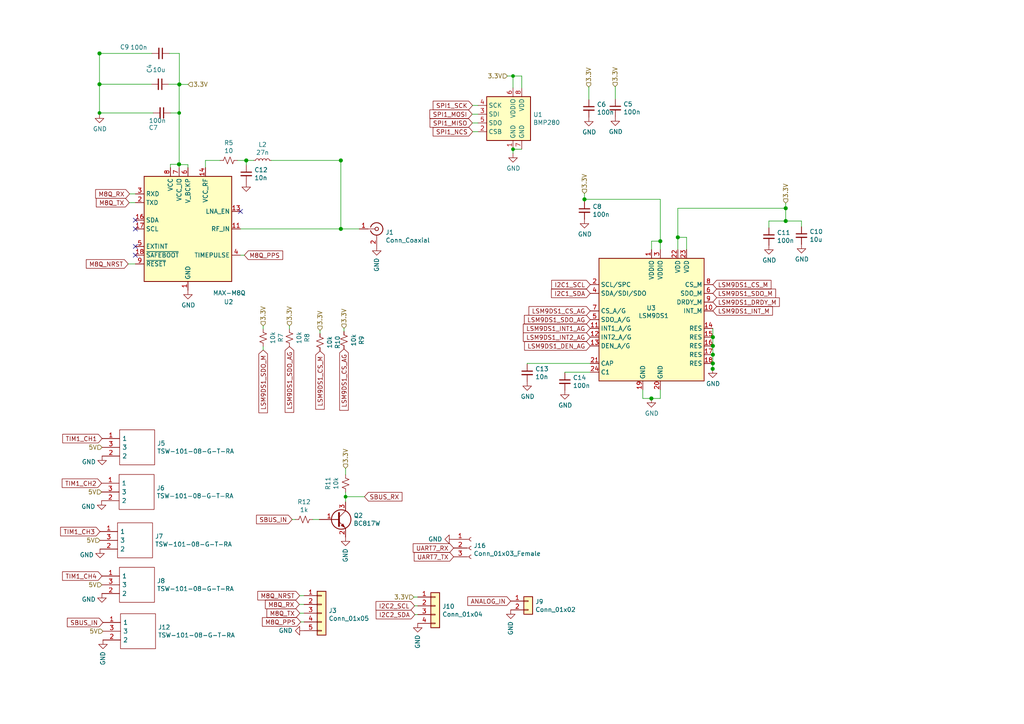
<source format=kicad_sch>
(kicad_sch (version 20210126) (generator eeschema)
  (paper "A4")
  (lib_symbols
    (symbol "Connector:Conn_01x03_Female" (pin_names (offset 1.016) hide)
      (property "Reference" "J" (at 0 5.08 0))
      (property "Value" "Conn_01x03_Female" (at 0 -5.08 0))
      (symbol "Conn_01x03_Female_1_1"
        (arc (start 0 -2.032) (end 0 -3.048) (radius (at 0 -2.54) (length 0.508) (angles 90.1 -90.1)) (stroke (width 0.1524)))
        (arc (start 0 0.508) (end 0 -0.508) (radius (at 0 0) (length 0.508) (angles 90.1 -90.1)) (stroke (width 0.1524)))
        (arc (start 0 3.048) (end 0 2.032) (radius (at 0 2.54) (length 0.508) (angles 90.1 -90.1)) (stroke (width 0.1524)))
        (polyline (pts (xy -1.27 -2.54) (xy -0.508 -2.54)) (stroke (width 0.1524)))
        (polyline (pts (xy -1.27 0) (xy -0.508 0)) (stroke (width 0.1524)))
        (polyline (pts (xy -1.27 2.54) (xy -0.508 2.54)) (stroke (width 0.1524)))
        (pin passive line (at -5.08 2.54 0) (length 3.81) (name "Pin_1") (number "1"))
        (pin passive line (at -5.08 0 0) (length 3.81) (name "Pin_2") (number "2"))
        (pin passive line (at -5.08 -2.54 0) (length 3.81) (name "Pin_3") (number "3"))
      )
    )
    (symbol "Connector:Conn_Coaxial" (pin_names (offset 1.016) hide)
      (property "Reference" "J" (at 0.254 3.048 0))
      (property "Value" "Conn_Coaxial" (at 2.921 0 90))
      (symbol "Conn_Coaxial_0_1"
        (arc (start -1.778 0.508) (end 1.778 0) (radius (at -0.0508 0) (length 1.8034) (angles 163.6 0)) (stroke (width 0.254)))
        (arc (start 1.778 0) (end -1.778 -0.508) (radius (at -0.0254 0) (length 1.8034) (angles 0 -163.8)) (stroke (width 0.254)))
        (circle (center 0 0) (radius 0.508) (stroke (width 0.2032)))
        (polyline (pts (xy -2.54 0) (xy -0.508 0)))
        (polyline (pts (xy 0 -2.54) (xy 0 -1.778)))
      )
      (symbol "Conn_Coaxial_1_1"
        (pin passive line (at -5.08 0 0) (length 2.54) (name "In") (number "1"))
        (pin passive line (at 0 -5.08 90) (length 2.54) (name "Ext") (number "2"))
      )
    )
    (symbol "Connector_Generic:Conn_01x02" (pin_names (offset 1.016) hide)
      (property "Reference" "J" (at 0 2.54 0))
      (property "Value" "Conn_01x02" (at 0 -5.08 0))
      (symbol "Conn_01x02_1_1"
        (rectangle (start -1.27 -2.413) (end 0 -2.667) (stroke (width 0.1524)))
        (rectangle (start -1.27 0.127) (end 0 -0.127) (stroke (width 0.1524)))
        (rectangle (start -1.27 1.27) (end 1.27 -3.81) (stroke (width 0.254)) (fill (type background)))
        (pin passive line (at -5.08 0 0) (length 3.81) (name "Pin_1") (number "1"))
        (pin passive line (at -5.08 -2.54 0) (length 3.81) (name "Pin_2") (number "2"))
      )
    )
    (symbol "Connector_Generic:Conn_01x04" (pin_names (offset 1.016) hide)
      (property "Reference" "J" (at 0 5.08 0))
      (property "Value" "Conn_01x04" (at 0 -7.62 0))
      (symbol "Conn_01x04_1_1"
        (rectangle (start -1.27 -4.953) (end 0 -5.207) (stroke (width 0.1524)))
        (rectangle (start -1.27 -2.413) (end 0 -2.667) (stroke (width 0.1524)))
        (rectangle (start -1.27 0.127) (end 0 -0.127) (stroke (width 0.1524)))
        (rectangle (start -1.27 2.667) (end 0 2.413) (stroke (width 0.1524)))
        (rectangle (start -1.27 3.81) (end 1.27 -6.35) (stroke (width 0.254)) (fill (type background)))
        (pin passive line (at -5.08 2.54 0) (length 3.81) (name "Pin_1") (number "1"))
        (pin passive line (at -5.08 0 0) (length 3.81) (name "Pin_2") (number "2"))
        (pin passive line (at -5.08 -2.54 0) (length 3.81) (name "Pin_3") (number "3"))
        (pin passive line (at -5.08 -5.08 0) (length 3.81) (name "Pin_4") (number "4"))
      )
    )
    (symbol "Connector_Generic:Conn_01x05" (pin_names (offset 1.016) hide)
      (property "Reference" "J" (at 0 7.62 0))
      (property "Value" "Conn_01x05" (at 0 -7.62 0))
      (symbol "Conn_01x05_1_1"
        (rectangle (start -1.27 -4.953) (end 0 -5.207) (stroke (width 0.1524)))
        (rectangle (start -1.27 -2.413) (end 0 -2.667) (stroke (width 0.1524)))
        (rectangle (start -1.27 0.127) (end 0 -0.127) (stroke (width 0.1524)))
        (rectangle (start -1.27 2.667) (end 0 2.413) (stroke (width 0.1524)))
        (rectangle (start -1.27 5.207) (end 0 4.953) (stroke (width 0.1524)))
        (rectangle (start -1.27 6.35) (end 1.27 -6.35) (stroke (width 0.254)) (fill (type background)))
        (pin passive line (at -5.08 5.08 0) (length 3.81) (name "Pin_1") (number "1"))
        (pin passive line (at -5.08 2.54 0) (length 3.81) (name "Pin_2") (number "2"))
        (pin passive line (at -5.08 0 0) (length 3.81) (name "Pin_3") (number "3"))
        (pin passive line (at -5.08 -2.54 0) (length 3.81) (name "Pin_4") (number "4"))
        (pin passive line (at -5.08 -5.08 0) (length 3.81) (name "Pin_5") (number "5"))
      )
    )
    (symbol "Device:C_Small" (pin_numbers hide) (pin_names (offset 0.254) hide)
      (property "Reference" "C" (at 0.254 1.778 0))
      (property "Value" "C_Small" (at 0.254 -2.032 0))
      (symbol "C_Small_0_1"
        (polyline (pts (xy -1.524 -0.508) (xy 1.524 -0.508)) (stroke (width 0.3302)))
        (polyline (pts (xy -1.524 0.508) (xy 1.524 0.508)) (stroke (width 0.3048)))
      )
      (symbol "C_Small_1_1"
        (pin passive line (at 0 2.54 270) (length 2.032) (name "~") (number "1"))
        (pin passive line (at 0 -2.54 90) (length 2.032) (name "~") (number "2"))
      )
    )
    (symbol "Device:L_Small" (pin_numbers hide) (pin_names (offset 0.254) hide)
      (property "Reference" "L" (at 0.762 1.016 0))
      (property "Value" "L_Small" (at 0.762 -1.016 0))
      (symbol "L_Small_0_1"
        (arc (start 0 -2.032) (end 0 -1.016) (radius (at 0 -1.524) (length 0.508) (angles -89.9 89.9)))
        (arc (start 0 -1.016) (end 0 0) (radius (at 0 -0.508) (length 0.508) (angles -89.9 89.9)))
        (arc (start 0 0) (end 0 1.016) (radius (at 0 0.508) (length 0.508) (angles -89.9 89.9)))
        (arc (start 0 1.016) (end 0 2.032) (radius (at 0 1.524) (length 0.508) (angles -89.9 89.9)))
      )
      (symbol "L_Small_1_1"
        (pin passive line (at 0 2.54 270) (length 0.508) (name "~") (number "1"))
        (pin passive line (at 0 -2.54 90) (length 0.508) (name "~") (number "2"))
      )
    )
    (symbol "Device:R_Small_US" (pin_numbers hide) (pin_names (offset 0.254) hide)
      (property "Reference" "R" (at 0.762 0.508 0))
      (property "Value" "R_Small_US" (at 0.762 -1.016 0))
      (symbol "R_Small_US_1_1"
        (polyline (pts (xy 0 0) (xy 1.016 -0.381) (xy 0 -0.762) (xy -1.016 -1.143) (xy 0 -1.524)))
        (polyline (pts (xy 0 1.524) (xy 1.016 1.143) (xy 0 0.762) (xy -1.016 0.381) (xy 0 0)))
        (pin passive line (at 0 2.54 270) (length 1.016) (name "~") (number "1"))
        (pin passive line (at 0 -2.54 90) (length 1.016) (name "~") (number "2"))
      )
    )
    (symbol "RF_GPS:MAX-M8Q"
      (property "Reference" "U" (at -10.16 16.51 0))
      (property "Value" "MAX-M8Q" (at 11.43 16.51 0))
      (symbol "MAX-M8Q_0_1"
        (rectangle (start 12.7 15.24) (end -12.7 -15.24) (stroke (width 0.254)) (fill (type background)))
      )
      (symbol "MAX-M8Q_1_1"
        (pin power_in line (at 0 -17.78 90) (length 2.54) (name "GND") (number "1"))
        (pin passive line (at 0 -17.78 90) (length 2.54) hide (name "GND") (number "10"))
        (pin input line (at 15.24 0 180) (length 2.54) (name "RF_IN") (number "11"))
        (pin passive line (at 0 -17.78 90) (length 2.54) hide (name "GND") (number "12"))
        (pin output line (at 15.24 5.08 180) (length 2.54) (name "LNA_EN") (number "13"))
        (pin power_out line (at 5.08 17.78 270) (length 2.54) (name "VCC_RF") (number "14"))
        (pin no_connect line (at 12.7 -5.08 180) (length 2.54) hide (name "Reserved") (number "15"))
        (pin bidirectional line (at -15.24 2.54 0) (length 2.54) (name "SDA") (number "16"))
        (pin input line (at -15.24 0 0) (length 2.54) (name "SCL") (number "17"))
        (pin input line (at -15.24 -7.62 0) (length 2.54) (name "~SAFEBOOT") (number "18"))
        (pin output line (at -15.24 7.62 0) (length 2.54) (name "TXD") (number "2"))
        (pin input line (at -15.24 10.16 0) (length 2.54) (name "RXD") (number "3"))
        (pin output line (at 15.24 -7.62 180) (length 2.54) (name "TIMEPULSE") (number "4"))
        (pin input line (at -15.24 -5.08 0) (length 2.54) (name "EXTINT") (number "5"))
        (pin power_in line (at 0 17.78 270) (length 2.54) (name "V_BCKP") (number "6"))
        (pin power_in line (at -2.54 17.78 270) (length 2.54) (name "VCC_IO") (number "7"))
        (pin power_in line (at -5.08 17.78 270) (length 2.54) (name "VCC") (number "8"))
        (pin input line (at -15.24 -10.16 0) (length 2.54) (name "~RESET") (number "9"))
      )
    )
    (symbol "SamacSys_Parts:HTSW-101-08-G-T-RA" (pin_names (offset 0.762))
      (property "Reference" "J" (at 16.51 7.62 0))
      (property "Value" "HTSW-101-08-G-T-RA" (at 16.51 5.08 0))
      (symbol "HTSW-101-08-G-T-RA_0_0"
        (pin passive line (at 0 0 0) (length 5.08) (name "1") (number "1"))
        (pin passive line (at 0 -5.08 0) (length 5.08) (name "2") (number "2"))
        (pin passive line (at 0 -2.54 0) (length 5.08) (name "3") (number "3"))
      )
      (symbol "HTSW-101-08-G-T-RA_0_1"
        (polyline (pts (xy 5.08 2.54) (xy 15.24 2.54) (xy 15.24 -7.62) (xy 5.08 -7.62) (xy 5.08 2.54)) (stroke (width 0.1524)))
      )
    )
    (symbol "Sensor_Motion:LSM9DS1"
      (property "Reference" "U" (at -15.24 21.59 0))
      (property "Value" "LSM9DS1" (at -15.24 19.05 0))
      (symbol "LSM9DS1_0_1"
        (rectangle (start -15.24 17.78) (end 15.24 -17.78) (stroke (width 0.254)) (fill (type background)))
      )
      (symbol "LSM9DS1_1_1"
        (pin power_in line (at 0 20.32 270) (length 2.54) (name "VDDIO") (number "1"))
        (pin output line (at 17.78 2.54 180) (length 2.54) (name "INT_M") (number "10"))
        (pin output line (at -17.78 -2.54 0) (length 2.54) (name "INT1_A/G") (number "11"))
        (pin output line (at -17.78 -5.08 0) (length 2.54) (name "INT2_A/G") (number "12"))
        (pin input line (at -17.78 -7.62 0) (length 2.54) (name "DEN_A/G") (number "13"))
        (pin bidirectional line (at 17.78 -2.54 180) (length 2.54) (name "RES") (number "14"))
        (pin bidirectional line (at 17.78 -5.08 180) (length 2.54) (name "RES") (number "15"))
        (pin bidirectional line (at 17.78 -7.62 180) (length 2.54) (name "RES") (number "16"))
        (pin bidirectional line (at 17.78 -10.16 180) (length 2.54) (name "RES") (number "17"))
        (pin bidirectional line (at 17.78 -12.7 180) (length 2.54) (name "RES") (number "18"))
        (pin power_in line (at -2.54 -20.32 90) (length 2.54) (name "GND") (number "19"))
        (pin input line (at -17.78 10.16 0) (length 2.54) (name "SCL/SPC") (number "2"))
        (pin power_in line (at 2.54 -20.32 90) (length 2.54) (name "GND") (number "20"))
        (pin passive line (at -17.78 -12.7 0) (length 2.54) (name "CAP") (number "21"))
        (pin power_in line (at 7.62 20.32 270) (length 2.54) (name "VDD") (number "22"))
        (pin power_in line (at 10.16 20.32 270) (length 2.54) (name "VDD") (number "23"))
        (pin passive line (at -17.78 -15.24 0) (length 2.54) (name "C1") (number "24"))
        (pin power_in line (at 2.54 20.32 270) (length 2.54) (name "VDDIO") (number "3"))
        (pin bidirectional line (at -17.78 7.62 0) (length 2.54) (name "SDA/SDI/SDO") (number "4"))
        (pin output line (at -17.78 0 0) (length 2.54) (name "SDO_A/G") (number "5"))
        (pin output line (at 17.78 7.62 180) (length 2.54) (name "SDO_M") (number "6"))
        (pin input line (at -17.78 2.54 0) (length 2.54) (name "CS_A/G") (number "7"))
        (pin input line (at 17.78 10.16 180) (length 2.54) (name "CS_M") (number "8"))
        (pin output line (at 17.78 5.08 180) (length 2.54) (name "DRDY_M") (number "9"))
      )
    )
    (symbol "Sensor_Pressure:BMP280"
      (property "Reference" "U" (at -7.62 10.16 0))
      (property "Value" "BMP280" (at 5.08 10.16 0))
      (symbol "BMP280_0_1"
        (rectangle (start -7.62 -5.08) (end 5.08 7.62) (stroke (width 0.254)) (fill (type background)))
      )
      (symbol "BMP280_1_1"
        (pin power_in line (at 0 -7.62 90) (length 2.54) (name "GND") (number "1"))
        (pin input line (at -10.16 -2.54 0) (length 2.54) (name "CSB") (number "2"))
        (pin bidirectional line (at -10.16 2.54 0) (length 2.54) (name "SDI") (number "3"))
        (pin input line (at -10.16 5.08 0) (length 2.54) (name "SCK") (number "4"))
        (pin bidirectional line (at -10.16 0 0) (length 2.54) (name "SDO") (number "5"))
        (pin power_in line (at 0 10.16 270) (length 2.54) (name "VDDIO") (number "6"))
        (pin power_in line (at 2.54 -7.62 90) (length 2.54) (name "GND") (number "7"))
        (pin power_in line (at 2.54 10.16 270) (length 2.54) (name "VDD") (number "8"))
      )
    )
    (symbol "Transistor_BJT:BC817W" (pin_names (offset 0) hide)
      (property "Reference" "Q" (at 5.08 1.905 0))
      (property "Value" "BC817W" (at 5.08 0 0))
      (symbol "BC817W_0_1"
        (circle (center 1.27 0) (radius 2.8194) (stroke (width 0.254)))
        (polyline (pts (xy 0.635 0.635) (xy 2.54 2.54)))
        (polyline (pts (xy 0.635 -0.635) (xy 2.54 -2.54) (xy 2.54 -2.54)))
        (polyline (pts (xy 0.635 1.905) (xy 0.635 -1.905) (xy 0.635 -1.905)) (stroke (width 0.508)))
        (polyline (pts (xy 1.27 -1.778) (xy 1.778 -1.27) (xy 2.286 -2.286) (xy 1.27 -1.778) (xy 1.27 -1.778)) (fill (type outline)))
      )
      (symbol "BC817W_1_1"
        (pin input line (at -5.08 0 0) (length 5.715) (name "B") (number "1"))
        (pin passive line (at 2.54 -5.08 90) (length 2.54) (name "E") (number "2"))
        (pin passive line (at 2.54 5.08 270) (length 2.54) (name "C") (number "3"))
      )
    )
    (symbol "power:GND" (power) (pin_names (offset 0))
      (property "Value" "GND" (at 0 -3.81 0))
      (symbol "GND_0_1"
        (polyline (pts (xy 0 0) (xy 0 -1.27) (xy 1.27 -1.27) (xy 0 -2.54) (xy -1.27 -1.27) (xy 0 -1.27)))
      )
      (symbol "GND_1_1"
        (pin power_in line (at 0 0 270) (length 0) hide (name "GND") (number "1"))
      )
    )
  )
  (junction (at 28.8544 15.494) (diameter 1.016))
  (junction (at 28.8544 24.4348) (diameter 1.016))
  (junction (at 28.8544 32.766) (diameter 0.9144))
  (junction (at 51.9176 47.6504) (diameter 1.016))
  (junction (at 51.9684 24.4856) (diameter 0.9144))
  (junction (at 51.9684 32.766) (diameter 0.9144))
  (junction (at 51.9684 47.6504) (diameter 0.9144))
  (junction (at 52.0192 24.4856) (diameter 1.016))
  (junction (at 71.4248 46.5328) (diameter 1.016))
  (junction (at 98.8568 46.5328) (diameter 1.016))
  (junction (at 98.8568 66.3956) (diameter 1.016))
  (junction (at 100.2284 144.0688) (diameter 0.9144))
  (junction (at 148.7932 22.0472) (diameter 0.9144))
  (junction (at 148.7932 43.2816) (diameter 0.9144))
  (junction (at 169.5196 57.8104) (diameter 1.016))
  (junction (at 188.9252 115.57) (diameter 1.016))
  (junction (at 191.516 69.9516) (diameter 1.016))
  (junction (at 196.596 68.834) (diameter 1.016))
  (junction (at 206.7052 106.9848) (diameter 1.016))
  (junction (at 206.756 97.79) (diameter 1.016))
  (junction (at 206.756 100.33) (diameter 1.016))
  (junction (at 206.756 102.87) (diameter 1.016))
  (junction (at 206.756 105.41) (diameter 1.016))
  (junction (at 227.8888 60.4012) (diameter 1.016))
  (junction (at 227.8888 64.1096) (diameter 1.016))
  (no_connect (at 39.2684 63.8556))
  (no_connect (at 39.2684 66.3956))
  (no_connect (at 39.2684 71.4756))
  (no_connect (at 39.2684 74.0156))
  (no_connect (at 69.7484 61.3156))
  (wire (pts (xy 28.8544 15.4432) (xy 28.8544 15.494)))
  (wire (pts (xy 28.8544 15.494) (xy 28.8544 24.4348)))
  (wire (pts (xy 28.8544 24.4348) (xy 28.8544 32.766)))
  (wire (pts (xy 28.8544 32.766) (xy 28.8544 33.0708)))
  (wire (pts (xy 37.1856 76.5556) (xy 39.2684 76.5556)))
  (wire (pts (xy 37.4904 58.7756) (xy 39.2684 58.7756)))
  (wire (pts (xy 37.592 56.2356) (xy 39.2684 56.2356)))
  (wire (pts (xy 43.8912 24.4348) (xy 28.8544 24.4348)))
  (wire (pts (xy 44.0436 15.494) (xy 28.8544 15.494)))
  (wire (pts (xy 44.3992 32.766) (xy 28.8544 32.766)))
  (wire (pts (xy 48.9712 24.4348) (xy 51.9684 24.4348)))
  (wire (pts (xy 49.1236 15.494) (xy 52.0192 15.494)))
  (wire (pts (xy 49.4284 47.6504) (xy 51.9176 47.6504)))
  (wire (pts (xy 49.4284 48.6156) (xy 49.4284 47.6504)))
  (wire (pts (xy 49.4792 32.766) (xy 51.9684 32.766)))
  (wire (pts (xy 51.9176 47.6504) (xy 51.9684 47.6504)))
  (wire (pts (xy 51.9176 47.752) (xy 51.9176 47.6504)))
  (wire (pts (xy 51.9684 24.4348) (xy 51.9684 24.4856)))
  (wire (pts (xy 51.9684 24.4856) (xy 51.9684 32.766)))
  (wire (pts (xy 51.9684 32.766) (xy 51.9684 47.6504)))
  (wire (pts (xy 51.9684 47.6504) (xy 51.9684 48.6156)))
  (wire (pts (xy 52.0192 15.494) (xy 52.0192 24.4856)))
  (wire (pts (xy 52.0192 24.4856) (xy 51.9684 24.4856)))
  (wire (pts (xy 54.5084 47.752) (xy 51.9176 47.752)))
  (wire (pts (xy 54.5084 47.752) (xy 54.5084 48.6156)))
  (wire (pts (xy 54.5592 24.4856) (xy 52.0192 24.4856)))
  (wire (pts (xy 59.5884 46.5328) (xy 59.5884 48.6156)))
  (wire (pts (xy 63.8048 46.5328) (xy 59.5884 46.5328)))
  (wire (pts (xy 68.8848 46.5328) (xy 71.4248 46.5328)))
  (wire (pts (xy 69.7484 66.3956) (xy 98.8568 66.3956)))
  (wire (pts (xy 69.7484 74.0156) (xy 70.866 74.0156)))
  (wire (pts (xy 71.4248 46.5328) (xy 71.4248 47.9044)))
  (wire (pts (xy 71.4248 46.5328) (xy 73.6092 46.5328)))
  (wire (pts (xy 76.327 94.5134) (xy 76.327 95.4278)))
  (wire (pts (xy 76.327 100.5078) (xy 76.327 101.5238)))
  (wire (pts (xy 78.6892 46.5328) (xy 98.8568 46.5328)))
  (wire (pts (xy 83.947 94.5134) (xy 83.947 95.4278)))
  (wire (pts (xy 84.7344 150.6728) (xy 85.6488 150.6728)))
  (wire (pts (xy 86.8172 175.3108) (xy 88.1888 175.3108)))
  (wire (pts (xy 86.9188 172.7708) (xy 88.1888 172.7708)))
  (wire (pts (xy 86.9696 177.8508) (xy 88.1888 177.8508)))
  (wire (pts (xy 87.2236 180.3908) (xy 88.1888 180.3908)))
  (wire (pts (xy 90.7288 150.6728) (xy 92.6084 150.6728)))
  (wire (pts (xy 92.8116 95.8342) (xy 92.8116 96.7486)))
  (wire (pts (xy 98.8568 46.2788) (xy 98.8568 46.5328)))
  (wire (pts (xy 98.8568 46.5328) (xy 98.8568 66.3956)))
  (wire (pts (xy 98.8568 66.3956) (xy 104.1908 66.3956)))
  (wire (pts (xy 99.7712 95.2246) (xy 99.7712 96.139)))
  (wire (pts (xy 100.2284 135.8392) (xy 100.2284 137.668)))
  (wire (pts (xy 100.2284 142.748) (xy 100.2284 144.0688)))
  (wire (pts (xy 100.2284 144.0688) (xy 100.2284 145.5928)))
  (wire (pts (xy 100.2284 144.0688) (xy 105.7148 144.0688)))
  (wire (pts (xy 120.0404 173.1772) (xy 121.158 173.1772)))
  (wire (pts (xy 120.2436 175.7172) (xy 121.158 175.7172)))
  (wire (pts (xy 120.3452 178.2572) (xy 121.158 178.2572)))
  (wire (pts (xy 136.9568 33.1216) (xy 138.6332 33.1216)))
  (wire (pts (xy 137.0076 35.6616) (xy 138.6332 35.6616)))
  (wire (pts (xy 137.0584 30.5816) (xy 138.6332 30.5816)))
  (wire (pts (xy 137.1092 38.2016) (xy 138.6332 38.2016)))
  (wire (pts (xy 147.1676 22.0472) (xy 148.7932 22.0472)))
  (wire (pts (xy 148.7932 22.0472) (xy 148.7932 25.5016)))
  (wire (pts (xy 148.7932 22.0472) (xy 151.3332 22.0472)))
  (wire (pts (xy 148.7932 43.2816) (xy 148.7932 44.5008)))
  (wire (pts (xy 148.7932 43.2816) (xy 151.3332 43.2816)))
  (wire (pts (xy 151.3332 22.0472) (xy 151.3332 25.5016)))
  (wire (pts (xy 152.908 105.41) (xy 152.908 105.6132)))
  (wire (pts (xy 163.83 107.95) (xy 163.83 108.1532)))
  (wire (pts (xy 169.5196 56.134) (xy 169.5196 57.8104)))
  (wire (pts (xy 169.5196 57.8104) (xy 169.5196 58.5216)))
  (wire (pts (xy 170.7896 25.2476) (xy 170.7388 25.2476)))
  (wire (pts (xy 170.7896 28.9052) (xy 170.7896 25.2476)))
  (wire (pts (xy 171.196 105.41) (xy 152.908 105.41)))
  (wire (pts (xy 171.196 107.95) (xy 163.83 107.95)))
  (wire (pts (xy 178.4604 25.146) (xy 178.4096 25.146)))
  (wire (pts (xy 178.4604 28.8036) (xy 178.4604 25.146)))
  (wire (pts (xy 186.436 113.03) (xy 186.436 115.57)))
  (wire (pts (xy 186.436 115.57) (xy 188.9252 115.57)))
  (wire (pts (xy 188.976 69.9516) (xy 191.516 69.9516)))
  (wire (pts (xy 188.976 72.39) (xy 188.976 69.9516)))
  (wire (pts (xy 191.516 57.8104) (xy 169.5196 57.8104)))
  (wire (pts (xy 191.516 69.9516) (xy 191.516 57.8104)))
  (wire (pts (xy 191.516 72.39) (xy 191.516 69.9516)))
  (wire (pts (xy 191.516 113.03) (xy 191.516 115.57)))
  (wire (pts (xy 191.516 115.57) (xy 188.9252 115.57)))
  (wire (pts (xy 196.596 60.4012) (xy 227.8888 60.4012)))
  (wire (pts (xy 196.596 68.834) (xy 196.596 60.4012)))
  (wire (pts (xy 196.596 72.39) (xy 196.596 68.834)))
  (wire (pts (xy 199.136 68.834) (xy 196.596 68.834)))
  (wire (pts (xy 199.136 72.39) (xy 199.136 68.834)))
  (wire (pts (xy 206.7052 105.41) (xy 206.756 105.41)))
  (wire (pts (xy 206.7052 106.9848) (xy 206.7052 105.41)))
  (wire (pts (xy 206.7052 107.0356) (xy 206.7052 106.9848)))
  (wire (pts (xy 206.756 95.25) (xy 206.756 97.79)))
  (wire (pts (xy 206.756 97.79) (xy 206.756 100.33)))
  (wire (pts (xy 206.756 100.33) (xy 206.756 102.87)))
  (wire (pts (xy 206.756 102.87) (xy 206.756 105.41)))
  (wire (pts (xy 223.012 64.1096) (xy 227.8888 64.1096)))
  (wire (pts (xy 223.012 66.0908) (xy 223.012 64.1096)))
  (wire (pts (xy 227.8888 58.928) (xy 227.8888 60.4012)))
  (wire (pts (xy 227.8888 60.4012) (xy 227.8888 64.1096)))
  (wire (pts (xy 227.8888 64.1096) (xy 232.4608 64.1096)))
  (wire (pts (xy 232.4608 64.1096) (xy 232.4608 65.786)))
  (global_label "TIM1_CH3" (shape input) (at 29.0068 154.178 180) (property "Intersheet References" "${INTERSHEET_REFS}" (effects hide)))
  (global_label "TIM1_CH2" (shape input) (at 29.464 140.1572 180) (property "Intersheet References" "${INTERSHEET_REFS}" (effects hide)))
  (global_label "TIM1_CH4" (shape input) (at 29.5656 167.0812 180) (property "Intersheet References" "${INTERSHEET_REFS}" (effects hide)))
  (global_label "TIM1_CH1" (shape input) (at 29.6164 127.2032 180) (property "Intersheet References" "${INTERSHEET_REFS}" (effects hide)))
  (global_label "SBUS_IN" (shape input) (at 29.8704 180.5432 180) (property "Intersheet References" "${INTERSHEET_REFS}" (effects hide)))
  (global_label "M8Q_NRST" (shape input) (at 37.1856 76.5556 180) (property "Intersheet References" "${INTERSHEET_REFS}" (effects hide)))
  (global_label "M8Q_TX" (shape input) (at 37.4904 58.7756 180) (property "Intersheet References" "${INTERSHEET_REFS}" (effects hide)))
  (global_label "M8Q_RX" (shape input) (at 37.592 56.2356 180) (property "Intersheet References" "${INTERSHEET_REFS}" (effects hide)))
  (global_label "M8Q_PPS" (shape input) (at 70.866 74.0156 0) (property "Intersheet References" "${INTERSHEET_REFS}" (effects hide)))
  (global_label "LSM9DS1_SDO_M" (shape input) (at 76.327 101.5238 270) (property "Intersheet References" "${INTERSHEET_REFS}" (effects hide)))
  (global_label "LSM9DS1_SDO_AG" (shape input) (at 83.947 100.5078 270) (property "Intersheet References" "${INTERSHEET_REFS}" (effects hide)))
  (global_label "SBUS_IN" (shape input) (at 84.7344 150.6728 180) (property "Intersheet References" "${INTERSHEET_REFS}" (effects hide)))
  (global_label "M8Q_RX" (shape input) (at 86.8172 175.3108 180) (property "Intersheet References" "${INTERSHEET_REFS}" (effects hide)))
  (global_label "M8Q_NRST" (shape input) (at 86.9188 172.7708 180) (property "Intersheet References" "${INTERSHEET_REFS}" (effects hide)))
  (global_label "M8Q_TX" (shape input) (at 86.9696 177.8508 180) (property "Intersheet References" "${INTERSHEET_REFS}" (effects hide)))
  (global_label "M8Q_PPS" (shape input) (at 87.2236 180.3908 180) (property "Intersheet References" "${INTERSHEET_REFS}" (effects hide)))
  (global_label "LSM9DS1_CS_M" (shape input) (at 92.8116 101.8286 270) (property "Intersheet References" "${INTERSHEET_REFS}" (effects hide)))
  (global_label "LSM9DS1_CS_AG" (shape input) (at 99.7712 101.219 270) (property "Intersheet References" "${INTERSHEET_REFS}" (effects hide)))
  (global_label "SBUS_RX" (shape input) (at 105.7148 144.0688 0) (property "Intersheet References" "${INTERSHEET_REFS}" (effects hide)))
  (global_label "I2C2_SCL" (shape input) (at 120.2436 175.7172 180) (property "Intersheet References" "${INTERSHEET_REFS}" (effects hide)))
  (global_label "I2C2_SDA" (shape input) (at 120.3452 178.2572 180) (property "Intersheet References" "${INTERSHEET_REFS}" (effects hide)))
  (global_label "UART7_RX" (shape input) (at 131.572 158.9532 180) (property "Intersheet References" "${INTERSHEET_REFS}" (effects hide)))
  (global_label "UART7_TX" (shape input) (at 131.572 161.4932 180) (property "Intersheet References" "${INTERSHEET_REFS}" (effects hide)))
  (global_label "SPI1_MOSI" (shape input) (at 136.9568 33.1216 180) (property "Intersheet References" "${INTERSHEET_REFS}" (effects hide)))
  (global_label "SPI1_MISO" (shape input) (at 137.0076 35.6616 180) (property "Intersheet References" "${INTERSHEET_REFS}" (effects hide)))
  (global_label "SPI1_SCK" (shape input) (at 137.0584 30.5816 180) (property "Intersheet References" "${INTERSHEET_REFS}" (effects hide)))
  (global_label "SPI1_NCS" (shape input) (at 137.1092 38.2016 180) (property "Intersheet References" "${INTERSHEET_REFS}" (effects hide)))
  (global_label "ANALOG_IN" (shape input) (at 148.1328 174.3456 180) (property "Intersheet References" "${INTERSHEET_REFS}" (effects hide)))
  (global_label "I2C1_SCL" (shape input) (at 171.196 82.55 180) (property "Intersheet References" "${INTERSHEET_REFS}" (effects hide)))
  (global_label "I2C1_SDA" (shape input) (at 171.196 85.09 180) (property "Intersheet References" "${INTERSHEET_REFS}" (effects hide)))
  (global_label "LSM9DS1_CS_AG" (shape input) (at 171.196 90.17 180) (property "Intersheet References" "${INTERSHEET_REFS}" (effects hide)))
  (global_label "LSM9DS1_SDO_AG" (shape input) (at 171.196 92.71 180) (property "Intersheet References" "${INTERSHEET_REFS}" (effects hide)))
  (global_label "LSM9DS1_INT1_AG" (shape input) (at 171.196 95.25 180) (property "Intersheet References" "${INTERSHEET_REFS}" (effects hide)))
  (global_label "LSM9DS1_INT2_AG" (shape input) (at 171.196 97.79 180) (property "Intersheet References" "${INTERSHEET_REFS}" (effects hide)))
  (global_label "LSM9DS1_DEN_AG" (shape input) (at 171.196 100.33 180) (property "Intersheet References" "${INTERSHEET_REFS}" (effects hide)))
  (global_label "LSM9DS1_CS_M" (shape input) (at 206.756 82.55 0) (property "Intersheet References" "${INTERSHEET_REFS}" (effects hide)))
  (global_label "LSM9DS1_SDO_M" (shape input) (at 206.756 85.09 0) (property "Intersheet References" "${INTERSHEET_REFS}" (effects hide)))
  (global_label "LSM9DS1_DRDY_M" (shape input) (at 206.756 87.63 0) (property "Intersheet References" "${INTERSHEET_REFS}" (effects hide)))
  (global_label "LSM9DS1_INT_M" (shape input) (at 206.756 90.17 0) (property "Intersheet References" "${INTERSHEET_REFS}" (effects hide)))
  (hierarchical_label "5V" (shape input) (at 29.0068 156.718 180))
  (hierarchical_label "5V" (shape input) (at 29.464 142.6972 180))
  (hierarchical_label "5V" (shape input) (at 29.5656 169.6212 180))
  (hierarchical_label "5V" (shape input) (at 29.6164 129.7432 180))
  (hierarchical_label "5V" (shape input) (at 29.8704 183.0832 180))
  (hierarchical_label "3.3V" (shape input) (at 54.5592 24.4856 0))
  (hierarchical_label "3.3V" (shape input) (at 76.327 94.5134 90))
  (hierarchical_label "3.3V" (shape input) (at 83.947 94.5134 90))
  (hierarchical_label "3.3V" (shape input) (at 92.8116 95.8342 90))
  (hierarchical_label "3.3V" (shape input) (at 99.7712 95.2246 90))
  (hierarchical_label "3.3V" (shape input) (at 100.2284 135.8392 90))
  (hierarchical_label "3.3V" (shape input) (at 120.0404 173.1772 180))
  (hierarchical_label "3.3V" (shape input) (at 147.1676 22.0472 180))
  (hierarchical_label "3.3V" (shape input) (at 169.5196 56.134 90))
  (hierarchical_label "3.3V" (shape input) (at 170.7388 25.2476 90))
  (hierarchical_label "3.3V" (shape input) (at 178.4096 25.146 90))
  (hierarchical_label "3.3V" (shape input) (at 227.8888 58.928 90))
  (symbol (lib_id "Device:L_Small") (at 76.1492 46.5328 90) (unit 1)
    (property "Reference" "L2" (at 76.1492 41.9416 90))
    (property "Value" "27n" (at 76.1494 44.2402 90))
    (property "Footprint" "Inductor_SMD:L_0402_1005Metric_Pad0.77x0.64mm_HandSolder" (effects hide))
    (property "Manufacturer_Part_Number" "LQG15HS27NJ02D" (effects hide))
    (property "Digikey Link" "https://www.digikey.co.uk/en/products/detail/murata-electronics/LQG15HS27NJ02D/662877?s=N4IgTCBcDaIDIEUDiBGArACQMpgOwDkApABjABEQBdAXyA" (effects hide))
    (property "LCSC Part #" "C18830" (effects hide))
  )
  (symbol (lib_id "power:GND") (at 28.8544 33.0708 0) (unit 1)
    (property "Reference" "#PWR022" (effects hide))
    (property "Value" "GND" (at 28.9687 37.3952 0))
  )
  (symbol (lib_id "power:GND") (at 29.0068 159.258 0) (unit 1)
    (property "Reference" "#PWR041" (effects hide))
    (property "Value" "GND" (at 25.1587 160.9408 0))
  )
  (symbol (lib_id "power:GND") (at 29.464 145.2372 0) (unit 1)
    (property "Reference" "#PWR039" (effects hide))
    (property "Value" "GND" (at 25.6159 146.92 0))
  )
  (symbol (lib_id "power:GND") (at 29.5656 172.1612 0) (unit 1)
    (property "Reference" "#PWR042" (effects hide))
    (property "Value" "GND" (at 25.7175 173.844 0))
  )
  (symbol (lib_id "power:GND") (at 29.6164 132.2832 0) (unit 1)
    (property "Reference" "#PWR038" (effects hide))
    (property "Value" "GND" (at 25.7683 133.966 0))
  )
  (symbol (lib_id "power:GND") (at 29.8704 185.6232 0) (unit 1)
    (property "Reference" "#PWR045" (effects hide))
    (property "Value" "GND" (at 29.8323 190.9636 90))
  )
  (symbol (lib_id "power:GND") (at 54.5084 84.1756 0) (unit 1)
    (property "Reference" "#PWR033" (effects hide))
    (property "Value" "GND" (at 54.6227 88.5 0))
  )
  (symbol (lib_id "power:GND") (at 71.4248 52.9844 0) (unit 1)
    (property "Reference" "#PWR04" (effects hide))
    (property "Value" "GND" (effects hide))
  )
  (symbol (lib_id "power:GND") (at 88.1888 182.9308 270) (unit 1)
    (property "Reference" "#PWR046" (effects hide))
    (property "Value" "GND" (at 82.8484 182.8927 90))
  )
  (symbol (lib_id "power:GND") (at 100.2284 155.7528 0) (unit 1)
    (property "Reference" "#PWR040" (effects hide))
    (property "Value" "GND" (at 100.1903 161.0932 90))
  )
  (symbol (lib_id "power:GND") (at 109.2708 71.4756 0) (unit 1)
    (property "Reference" "#PWR05" (effects hide))
    (property "Value" "GND" (at 109.2327 76.816 90))
  )
  (symbol (lib_id "power:GND") (at 121.158 180.7972 0) (unit 1)
    (property "Reference" "#PWR044" (effects hide))
    (property "Value" "GND" (at 121.1199 186.1376 90))
  )
  (symbol (lib_id "power:GND") (at 131.572 156.4132 270) (unit 1)
    (property "Reference" "#PWR094" (effects hide))
    (property "Value" "GND" (at 126.2316 156.3751 90))
  )
  (symbol (lib_id "power:GND") (at 148.1328 176.8856 0) (unit 1)
    (property "Reference" "#PWR043" (effects hide))
    (property "Value" "GND" (at 148.0947 182.226 90))
  )
  (symbol (lib_id "power:GND") (at 148.7932 44.5008 0) (unit 1)
    (property "Reference" "#PWR025" (effects hide))
    (property "Value" "GND" (at 148.9075 48.8252 0))
  )
  (symbol (lib_id "power:GND") (at 152.908 110.6932 0) (unit 1)
    (property "Reference" "#PWR035" (effects hide))
    (property "Value" "GND" (at 153.0223 115.0176 0))
  )
  (symbol (lib_id "power:GND") (at 163.83 113.2332 0) (unit 1)
    (property "Reference" "#PWR036" (effects hide))
    (property "Value" "GND" (at 163.9443 117.5576 0))
  )
  (symbol (lib_id "power:GND") (at 169.5196 63.6016 0) (unit 1)
    (property "Reference" "#PWR027" (effects hide))
    (property "Value" "GND" (at 169.6339 67.926 0))
  )
  (symbol (lib_id "power:GND") (at 170.7896 33.9852 0) (unit 1)
    (property "Reference" "#PWR024" (effects hide))
    (property "Value" "GND" (at 170.9039 38.3096 0))
  )
  (symbol (lib_id "power:GND") (at 178.4604 33.8836 0) (unit 1)
    (property "Reference" "#PWR023" (effects hide))
    (property "Value" "GND" (at 178.5747 38.208 0))
  )
  (symbol (lib_id "power:GND") (at 188.9252 115.57 0) (unit 1)
    (property "Reference" "#PWR037" (effects hide))
    (property "Value" "GND" (at 189.0395 119.8944 0))
  )
  (symbol (lib_id "power:GND") (at 206.7052 106.9848 0) (unit 1)
    (property "Reference" "#PWR034" (effects hide))
    (property "Value" "GND" (at 206.8195 111.3092 0))
  )
  (symbol (lib_id "power:GND") (at 223.012 71.1708 0) (unit 1)
    (property "Reference" "#PWR030" (effects hide))
    (property "Value" "GND" (at 223.1263 75.4952 0))
  )
  (symbol (lib_id "power:GND") (at 232.4608 70.866 0) (unit 1)
    (property "Reference" "#PWR029" (effects hide))
    (property "Value" "GND" (at 232.5751 75.1904 0))
  )
  (symbol (lib_id "Device:R_Small_US") (at 66.3448 46.5328 90) (unit 1)
    (property "Reference" "R5" (at 66.3448 41.4336 90))
    (property "Value" "10" (at 66.345 43.732 90))
    (property "Footprint" "Resistor_SMD:R_0402_1005Metric" (effects hide))
    (property "Seeed SKU" "301010075	" (effects hide))
    (property "LCSC Part #" "C22859" (effects hide))
  )
  (symbol (lib_id "Device:R_Small_US") (at 76.327 97.9678 0) (unit 1)
    (property "Reference" "R7" (at 81.4262 97.9678 90))
    (property "Value" "10k" (at 79.1274 97.9676 90))
    (property "Footprint" "Resistor_SMD:R_0402_1005Metric" (effects hide))
    (property "Digi-Key_PN" "	RG10P10.0KDTR-ND" (effects hide))
    (property "LCSC Part #" "C25744" (effects hide))
    (property "Seeed SKU" "	301010004" (effects hide))
  )
  (symbol (lib_id "Device:R_Small_US") (at 83.947 97.9678 0) (unit 1)
    (property "Reference" "R8" (at 89.0462 97.9678 90))
    (property "Value" "10k" (at 86.7474 97.9676 90))
    (property "Footprint" "Resistor_SMD:R_0402_1005Metric" (effects hide))
    (property "Digi-Key_PN" "	RG10P10.0KDTR-ND" (effects hide))
    (property "LCSC Part #" "C25744" (effects hide))
    (property "Seeed SKU" "	301010004" (effects hide))
  )
  (symbol (lib_id "Device:R_Small_US") (at 88.1888 150.6728 90) (unit 1)
    (property "Reference" "R12" (at 88.1888 145.5736 90))
    (property "Value" "1k" (at 88.189 147.8726 90))
    (property "Footprint" "Resistor_SMD:R_0402_1005Metric" (effects hide))
    (property "Seeed SKU" "301010006" (effects hide))
    (property "LCSC Part #" "C21190" (effects hide))
  )
  (symbol (lib_id "Device:R_Small_US") (at 92.8116 99.2886 0) (unit 1)
    (property "Reference" "R10" (at 97.9108 99.2886 90))
    (property "Value" "10k" (at 95.612 99.2884 90))
    (property "Footprint" "Resistor_SMD:R_0402_1005Metric" (effects hide))
    (property "Digi-Key_PN" "	RG10P10.0KDTR-ND" (effects hide))
    (property "LCSC Part #" "C25744" (effects hide))
    (property "Seeed SKU" "	301010004" (effects hide))
  )
  (symbol (lib_id "Device:R_Small_US") (at 99.7712 98.679 0) (unit 1)
    (property "Reference" "R9" (at 104.8704 98.679 90))
    (property "Value" "10k" (at 102.5716 98.6788 90))
    (property "Footprint" "Resistor_SMD:R_0402_1005Metric" (effects hide))
    (property "Digi-Key_PN" "	RG10P10.0KDTR-ND" (effects hide))
    (property "LCSC Part #" "C25744" (effects hide))
    (property "Seeed SKU" "	301010004" (effects hide))
  )
  (symbol (lib_id "Device:R_Small_US") (at 100.2284 140.208 180) (unit 1)
    (property "Reference" "R11" (at 95.1292 140.208 90))
    (property "Value" "10k" (at 97.4278 140.2078 90))
    (property "Footprint" "Resistor_SMD:R_0402_1005Metric" (effects hide))
    (property "Digi-Key_PN" "	RG10P10.0KDTR-ND" (effects hide))
    (property "LCSC Part #" "C25744" (effects hide))
    (property "Seeed SKU" "	301010004" (effects hide))
  )
  (symbol (lib_id "Device:C_Small") (at 46.4312 24.4348 270) (unit 1)
    (property "Reference" "C4" (at 43.3642 18.5294 0) (effects (justify left)))
    (property "Value" "10u" (at 44.266 20.2562 90) (effects (justify left)))
    (property "Footprint" "Capacitor_SMD:C_0603_1608Metric" (effects hide))
    (property "Seeed SKU" "302010139" (effects hide))
    (property "LCSC Part #" "C15849" (effects hide))
  )
  (symbol (lib_id "Device:C_Small") (at 46.5836 15.494 270) (unit 1)
    (property "Reference" "C9" (at 34.779 13.6526 90) (effects (justify left)))
    (property "Value" "100n" (at 37.764 13.754 90) (effects (justify left)))
    (property "Footprint" "Capacitor_SMD:C_0402_1005Metric" (effects hide))
    (property "Digi-Key_PN" "587-1226-2-ND" (effects hide))
    (property "LCSC Part #" "C1525" (effects hide))
    (property "Seeed SKU" "302010024" (effects hide))
  )
  (symbol (lib_id "Device:C_Small") (at 46.9392 32.766 270) (unit 1)
    (property "Reference" "C7" (at 43.1102 37.0206 90) (effects (justify left)))
    (property "Value" "100n" (at 43.1488 34.9884 90) (effects (justify left)))
    (property "Footprint" "Capacitor_SMD:C_0402_1005Metric" (effects hide))
    (property "Digi-Key_PN" "587-1226-2-ND" (effects hide))
    (property "LCSC Part #" "C1525" (effects hide))
    (property "Seeed SKU" "302010024" (effects hide))
  )
  (symbol (lib_id "Device:C_Small") (at 71.4248 50.4444 0) (unit 1)
    (property "Reference" "C12" (at 73.7616 49.276 0) (effects (justify left)))
    (property "Value" "10n" (at 73.7616 51.5874 0) (effects (justify left)))
    (property "Footprint" "Capacitor_SMD:C_0402_1005Metric" (effects hide))
    (property "LCSC Part #" "C15195" (effects hide))
  )
  (symbol (lib_id "Device:C_Small") (at 152.908 108.1532 0) (unit 1)
    (property "Reference" "C13" (at 155.2322 107.0038 0) (effects (justify left)))
    (property "Value" "10n" (at 155.232 109.3026 0) (effects (justify left)))
    (property "Footprint" "Capacitor_SMD:C_0402_1005Metric" (effects hide))
    (property "Seeed SKU" "302010006" (effects hide))
    (property "LCSC Part #" "C15195" (effects hide))
  )
  (symbol (lib_id "Device:C_Small") (at 163.83 110.6932 0) (unit 1)
    (property "Reference" "C14" (at 166.1542 109.5438 0) (effects (justify left)))
    (property "Value" "100n" (at 166.1538 111.8426 0) (effects (justify left)))
    (property "Footprint" "Capacitor_SMD:C_0402_1005Metric" (effects hide))
    (property "Digi-Key_PN" "587-1226-2-ND" (effects hide))
    (property "LCSC Part #" "C1525" (effects hide))
    (property "Seeed SKU" "302010024" (effects hide))
  )
  (symbol (lib_id "Device:C_Small") (at 169.5196 61.0616 0) (unit 1)
    (property "Reference" "C8" (at 171.8438 59.9122 0) (effects (justify left)))
    (property "Value" "100n" (at 171.8434 62.211 0) (effects (justify left)))
    (property "Footprint" "Capacitor_SMD:C_0402_1005Metric" (effects hide))
    (property "Digi-Key_PN" "587-1226-2-ND" (effects hide))
    (property "LCSC Part #" "C1525" (effects hide))
    (property "Seeed SKU" "302010024" (effects hide))
  )
  (symbol (lib_id "Device:C_Small") (at 170.7896 31.4452 0) (unit 1)
    (property "Reference" "C6" (at 173.1138 30.2958 0) (effects (justify left)))
    (property "Value" "100n" (at 173.114 32.5934 0) (effects (justify left)))
    (property "Footprint" "Capacitor_SMD:C_0402_1005Metric" (effects hide))
    (property "Digi-Key_PN" "587-1226-2-ND" (effects hide))
    (property "LCSC Part #" "C1525" (effects hide))
    (property "Seeed SKU" "302010024" (effects hide))
  )
  (symbol (lib_id "Device:C_Small") (at 178.4604 31.3436 0) (unit 1)
    (property "Reference" "C5" (at 180.7846 30.1942 0) (effects (justify left)))
    (property "Value" "100n" (at 180.785 32.4922 0) (effects (justify left)))
    (property "Footprint" "Capacitor_SMD:C_0402_1005Metric" (effects hide))
    (property "Digi-Key_PN" "587-1226-2-ND" (effects hide))
    (property "LCSC Part #" "C1525" (effects hide))
    (property "Seeed SKU" "302010024" (effects hide))
  )
  (symbol (lib_id "Device:C_Small") (at 223.012 68.6308 0) (unit 1)
    (property "Reference" "C11" (at 225.3362 67.4814 0) (effects (justify left)))
    (property "Value" "100n" (at 225.3358 69.7802 0) (effects (justify left)))
    (property "Footprint" "Capacitor_SMD:C_0402_1005Metric" (effects hide))
    (property "Digi-Key_PN" "587-1226-2-ND" (effects hide))
    (property "LCSC Part #" "C1525" (effects hide))
    (property "Seeed SKU" "302010024" (effects hide))
  )
  (symbol (lib_id "Device:C_Small") (at 232.4608 68.326 0) (unit 1)
    (property "Reference" "C10" (at 234.785 67.1766 0) (effects (justify left)))
    (property "Value" "10u" (at 234.7848 69.4752 0) (effects (justify left)))
    (property "Footprint" "Capacitor_SMD:C_0603_1608Metric" (effects hide))
    (property "Seeed SKU" "302010103" (effects hide))
    (property "LCSC Part #" "C19702" (effects hide))
  )
  (symbol (lib_id "Connector:Conn_01x03_Female") (at 136.652 158.9532 0) (unit 1)
    (property "Reference" "J16" (at 137.3633 158.261 0) (effects (justify left)))
    (property "Value" "Conn_01x03_Female" (at 137.3633 160.5597 0) (effects (justify left)))
    (property "Footprint" "Connector_PinHeader_2.54mm:PinHeader_1x03_P2.54mm_Vertical" (effects hide))
  )
  (symbol (lib_id "Connector_Generic:Conn_01x02") (at 153.2128 174.3456 0) (unit 1)
    (property "Reference" "J9" (at 155.2449 174.517 0) (effects (justify left)))
    (property "Value" "Conn_01x02" (at 155.2449 176.8157 0) (effects (justify left)))
    (property "Footprint" "Connector_Molex:Molex_PicoBlade_53048-0210_1x02_P1.25mm_Horizontal" (effects hide))
    (property "Digi-Key_PN" "WM1742-ND	" (effects hide))
    (property "Manufacturer_Part_Number" "0530480210" (effects hide))
    (property "Seeed SKU" "0530480210" (effects hide))
    (property "Digikey Link" "https://www.digikey.co.uk/en/products/detail/molex/0530480210/242864?s=N4IgTCBcDaIOoFkCMB2ALGAtAOQCIB0AXEAXQF8g" (effects hide))
  )
  (symbol (lib_id "Connector:Conn_Coaxial") (at 109.2708 66.3956 0) (unit 1)
    (property "Reference" "J1" (at 111.8109 67.4 0) (effects (justify left)))
    (property "Value" "Conn_Coaxial" (at 111.8109 69.6987 0) (effects (justify left)))
    (property "Footprint" "CM4IO:BWIPX-1-001E" (effects hide))
    (property "Datasheet" " ~" (effects hide))
  )
  (symbol (lib_id "Connector_Generic:Conn_01x04") (at 126.238 175.7172 0) (unit 1)
    (property "Reference" "J10" (at 128.2701 175.8886 0) (effects (justify left)))
    (property "Value" "Conn_01x04" (at 128.2701 178.1873 0) (effects (justify left)))
    (property "Footprint" "Connector_Molex:Molex_PicoBlade_53261-0471_1x04-1MP_P1.25mm_Horizontal" (effects hide))
    (property "Digi-Key_PN" "WM7622TR-ND	" (effects hide))
    (property "Manufacturer_Part_Number" "0532610471" (effects hide))
    (property "Seeed SKU" "0532610471" (effects hide))
    (property "Digikey Link" "https://www.digikey.co.uk/en/products/detail/molex/0532610471/699096?s=N4IgTCBcDaIAwFYDMYBsBGOAWA7OkAugL5A" (effects hide))
  )
  (symbol (lib_id "Connector_Generic:Conn_01x05") (at 93.2688 177.8508 0) (unit 1)
    (property "Reference" "J3" (at 95.3009 177.0899 0) (effects (justify left)))
    (property "Value" "Conn_01x05" (at 95.3009 179.3886 0) (effects (justify left)))
    (property "Footprint" "Connector_Molex:Molex_PicoBlade_53047-0510_1x05_P1.25mm_Vertical" (effects hide))
  )
  (symbol (lib_id "Transistor_BJT:BC817W") (at 97.6884 150.6728 0) (unit 1)
    (property "Reference" "Q2" (at 102.5399 149.5234 0) (effects (justify left)))
    (property "Value" "BC817W" (at 102.5399 151.8221 0) (effects (justify left)))
    (property "Footprint" "Package_TO_SOT_SMD:SOT-323_SC-70" (effects hide))
    (property "Datasheet" "https://www.onsemi.com/pub/Collateral/BC818-D.pdf" (effects hide))
    (property "Digi-Key_PN" "1727-4843-2-ND" (effects hide))
    (property "Digikey Link" "https://www.digikey.co.uk/en/products/detail/nexperia-usa-inc/BC817W115/1232257" (effects hide))
    (property "LCSC Part #" "C148104" (effects hide))
  )
  (symbol (lib_id "SamacSys_Parts:HTSW-101-08-G-T-RA") (at 29.0068 154.178 0) (unit 1)
    (property "Reference" "J7" (at 44.9581 155.5686 0) (effects (justify left)))
    (property "Value" "TSW-101-08-G-T-RA" (at 44.9581 157.8673 0) (effects (justify left)))
    (property "Footprint" "SamacSys_Parts:HDRRA3W64P254_3X1_254X254X810P" (effects hide))
    (property "Datasheet" "https://componentsearchengine.com/Datasheets/2/HTSW-101-08-G-T-RA.pdf" (effects hide))
    (property "Description" "SAMTEC - HTSW-101-08-G-T-RA - CONNECTOR, HEADER, 3POS, 3ROWS" (effects hide))
    (property "Height" "8.1" (effects hide))
    (property "Mouser Part Number" "200-HTSW10108GTRA" (effects hide))
    (property "Mouser Price/Stock" "https://www.mouser.com/Search/Refine.aspx?Keyword=200-HTSW10108GTRA" (effects hide))
    (property "Manufacturer_Name" "SAMTEC" (effects hide))
    (property "Manufacturer_Part_Number" "HTSW-101-08-G-T-RA" (effects hide))
    (property "Arrow Part Number" "HTSW-101-08-G-T-RA" (effects hide))
    (property "Arrow Price/Stock" "https://www.arrow.com/en/products/htsw-101-08-g-t-ra/samtec" (effects hide))
    (property "Digikey Link" "https://www.digikey.co.uk/en/products/detail/samtec-inc/TSW-101-08-G-T-RA/6691678?s=N4IgTCBcDaIMoEECyBGMYCcB2AtAOQBEQBdAXyA" (effects hide))
  )
  (symbol (lib_id "SamacSys_Parts:HTSW-101-08-G-T-RA") (at 29.464 140.1572 0) (unit 1)
    (property "Reference" "J6" (at 45.4153 141.5478 0) (effects (justify left)))
    (property "Value" "TSW-101-08-G-T-RA" (at 45.4153 143.8465 0) (effects (justify left)))
    (property "Footprint" "SamacSys_Parts:HDRRA3W64P254_3X1_254X254X810P" (effects hide))
    (property "Datasheet" "https://componentsearchengine.com/Datasheets/2/HTSW-101-08-G-T-RA.pdf" (effects hide))
    (property "Description" "SAMTEC - HTSW-101-08-G-T-RA - CONNECTOR, HEADER, 3POS, 3ROWS" (effects hide))
    (property "Height" "8.1" (effects hide))
    (property "Mouser Part Number" "200-HTSW10108GTRA" (effects hide))
    (property "Mouser Price/Stock" "https://www.mouser.com/Search/Refine.aspx?Keyword=200-HTSW10108GTRA" (effects hide))
    (property "Manufacturer_Name" "SAMTEC" (effects hide))
    (property "Manufacturer_Part_Number" "HTSW-101-08-G-T-RA" (effects hide))
    (property "Arrow Part Number" "HTSW-101-08-G-T-RA" (effects hide))
    (property "Arrow Price/Stock" "https://www.arrow.com/en/products/htsw-101-08-g-t-ra/samtec" (effects hide))
    (property "Digikey Link" "https://www.digikey.co.uk/en/products/detail/samtec-inc/TSW-101-08-G-T-RA/6691678?s=N4IgTCBcDaIMoEECyBGMYCcB2AtAOQBEQBdAXyA" (effects hide))
  )
  (symbol (lib_id "SamacSys_Parts:HTSW-101-08-G-T-RA") (at 29.5656 167.0812 0) (unit 1)
    (property "Reference" "J8" (at 45.5169 168.4718 0) (effects (justify left)))
    (property "Value" "TSW-101-08-G-T-RA" (at 45.5169 170.7705 0) (effects (justify left)))
    (property "Footprint" "SamacSys_Parts:HDRRA3W64P254_3X1_254X254X810P" (effects hide))
    (property "Datasheet" "https://componentsearchengine.com/Datasheets/2/HTSW-101-08-G-T-RA.pdf" (effects hide))
    (property "Description" "SAMTEC - HTSW-101-08-G-T-RA - CONNECTOR, HEADER, 3POS, 3ROWS" (effects hide))
    (property "Height" "8.1" (effects hide))
    (property "Mouser Part Number" "200-HTSW10108GTRA" (effects hide))
    (property "Mouser Price/Stock" "https://www.mouser.com/Search/Refine.aspx?Keyword=200-HTSW10108GTRA" (effects hide))
    (property "Manufacturer_Name" "SAMTEC" (effects hide))
    (property "Manufacturer_Part_Number" "HTSW-101-08-G-T-RA" (effects hide))
    (property "Arrow Part Number" "HTSW-101-08-G-T-RA" (effects hide))
    (property "Arrow Price/Stock" "https://www.arrow.com/en/products/htsw-101-08-g-t-ra/samtec" (effects hide))
    (property "Digikey Link" "https://www.digikey.co.uk/en/products/detail/samtec-inc/TSW-101-08-G-T-RA/6691678?s=N4IgTCBcDaIMoEECyBGMYCcB2AtAOQBEQBdAXyA" (effects hide))
  )
  (symbol (lib_id "SamacSys_Parts:HTSW-101-08-G-T-RA") (at 29.6164 127.2032 0) (unit 1)
    (property "Reference" "J5" (at 45.5677 128.5938 0) (effects (justify left)))
    (property "Value" "TSW-101-08-G-T-RA" (at 45.5677 130.8925 0) (effects (justify left)))
    (property "Footprint" "SamacSys_Parts:HDRRA3W64P254_3X1_254X254X810P" (effects hide))
    (property "Datasheet" "https://componentsearchengine.com/Datasheets/2/HTSW-101-08-G-T-RA.pdf" (effects hide))
    (property "Description" "SAMTEC - HTSW-101-08-G-T-RA - CONNECTOR, HEADER, 3POS, 3ROWS" (effects hide))
    (property "Height" "8.1" (effects hide))
    (property "Mouser Part Number" "200-HTSW10108GTRA" (effects hide))
    (property "Mouser Price/Stock" "https://www.mouser.com/Search/Refine.aspx?Keyword=200-HTSW10108GTRA" (effects hide))
    (property "Manufacturer_Name" "SAMTEC" (effects hide))
    (property "Manufacturer_Part_Number" "HTSW-101-08-G-T-RA" (effects hide))
    (property "Arrow Part Number" "HTSW-101-08-G-T-RA" (effects hide))
    (property "Arrow Price/Stock" "https://www.arrow.com/en/products/htsw-101-08-g-t-ra/samtec" (effects hide))
    (property "Digikey Link" "https://www.digikey.co.uk/en/products/detail/samtec-inc/TSW-101-08-G-T-RA/6691678?s=N4IgTCBcDaIMoEECyBGMYCcB2AtAOQBEQBdAXyA" (effects hide))
  )
  (symbol (lib_id "SamacSys_Parts:HTSW-101-08-G-T-RA") (at 29.8704 180.5432 0) (unit 1)
    (property "Reference" "J12" (at 45.8217 181.9338 0) (effects (justify left)))
    (property "Value" "TSW-101-08-G-T-RA" (at 45.8217 184.2325 0) (effects (justify left)))
    (property "Footprint" "SamacSys_Parts:HDRRA3W64P254_3X1_254X254X810P" (effects hide))
    (property "Datasheet" "https://componentsearchengine.com/Datasheets/2/HTSW-101-08-G-T-RA.pdf" (effects hide))
    (property "Description" "SAMTEC - HTSW-101-08-G-T-RA - CONNECTOR, HEADER, 3POS, 3ROWS" (effects hide))
    (property "Height" "8.1" (effects hide))
    (property "Mouser Part Number" "200-HTSW10108GTRA" (effects hide))
    (property "Mouser Price/Stock" "https://www.mouser.com/Search/Refine.aspx?Keyword=200-HTSW10108GTRA" (effects hide))
    (property "Manufacturer_Name" "SAMTEC" (effects hide))
    (property "Manufacturer_Part_Number" "HTSW-101-08-G-T-RA" (effects hide))
    (property "Arrow Part Number" "HTSW-101-08-G-T-RA" (effects hide))
    (property "Arrow Price/Stock" "https://www.arrow.com/en/products/htsw-101-08-g-t-ra/samtec" (effects hide))
    (property "Digikey Link" "https://www.digikey.co.uk/en/products/detail/samtec-inc/TSW-101-08-G-T-RA/6691678?s=N4IgTCBcDaIMoEECyBGMYCcB2AtAOQBEQBdAXyA" (effects hide))
  )
  (symbol (lib_id "Sensor_Pressure:BMP280") (at 148.7932 35.6616 0) (unit 1)
    (property "Reference" "U1" (at 154.6353 33.2422 0) (effects (justify left)))
    (property "Value" "BMP280" (at 154.6353 35.5409 0) (effects (justify left)))
    (property "Footprint" "Package_LGA:Bosch_LGA-8_2x2.5mm_P0.65mm_ClockwisePinNumbering" (effects hide))
    (property "Datasheet" "https://ae-bst.resource.bosch.com/media/_tech/media/datasheets/BST-BMP280-DS001.pdf" (effects hide))
    (property "Manufacturer_Part_Number" "314030010" (effects hide))
  )
  (symbol (lib_id "RF_GPS:MAX-M8Q") (at 54.5084 66.3956 0) (unit 1)
    (property "Reference" "U2" (at 66.294 87.5602 0))
    (property "Value" "MAX-M8Q" (at 66.4972 84.9821 0))
    (property "Footprint" "RF_GPS:ublox_MAX" (effects hide))
    (property "Datasheet" "https://www.u-blox.com/sites/default/files/MAX-M8-FW3_DataSheet_%28UBX-15031506%29.pdf" (effects hide))
  )
  (symbol (lib_id "Sensor_Motion:LSM9DS1") (at 188.976 92.71 0) (unit 1)
    (property "Reference" "U3" (at 188.8744 89.3382 0))
    (property "Value" "LSM9DS1" (at 189.5856 91.5861 0))
    (property "Footprint" "Package_LGA:LGA-24L_3x3.5mm_P0.43mm" (effects hide))
    (property "Datasheet" "http://www.st.com/content/ccc/resource/technical/document/datasheet/1e/3f/2a/d6/25/eb/48/46/DM00103319.pdf/files/DM00103319.pdf/jcr:content/translations/en.DM00103319.pdf" (effects hide))
    (property "Digi-Key_PN" "497-14946-2-ND	" (effects hide))
    (property "LCSC Part #" "C2655096" (effects hide))
    (property "Digikey Link" "https://www.digikey.co.uk/en/products/detail/stmicroelectronics/LSM9DS1TR/4988083?s=N4IgTCBcDaICwE4DsBaAjIuA2FYUDkARAHQBcQBdAXyA" (effects hide))
  )
)
</source>
